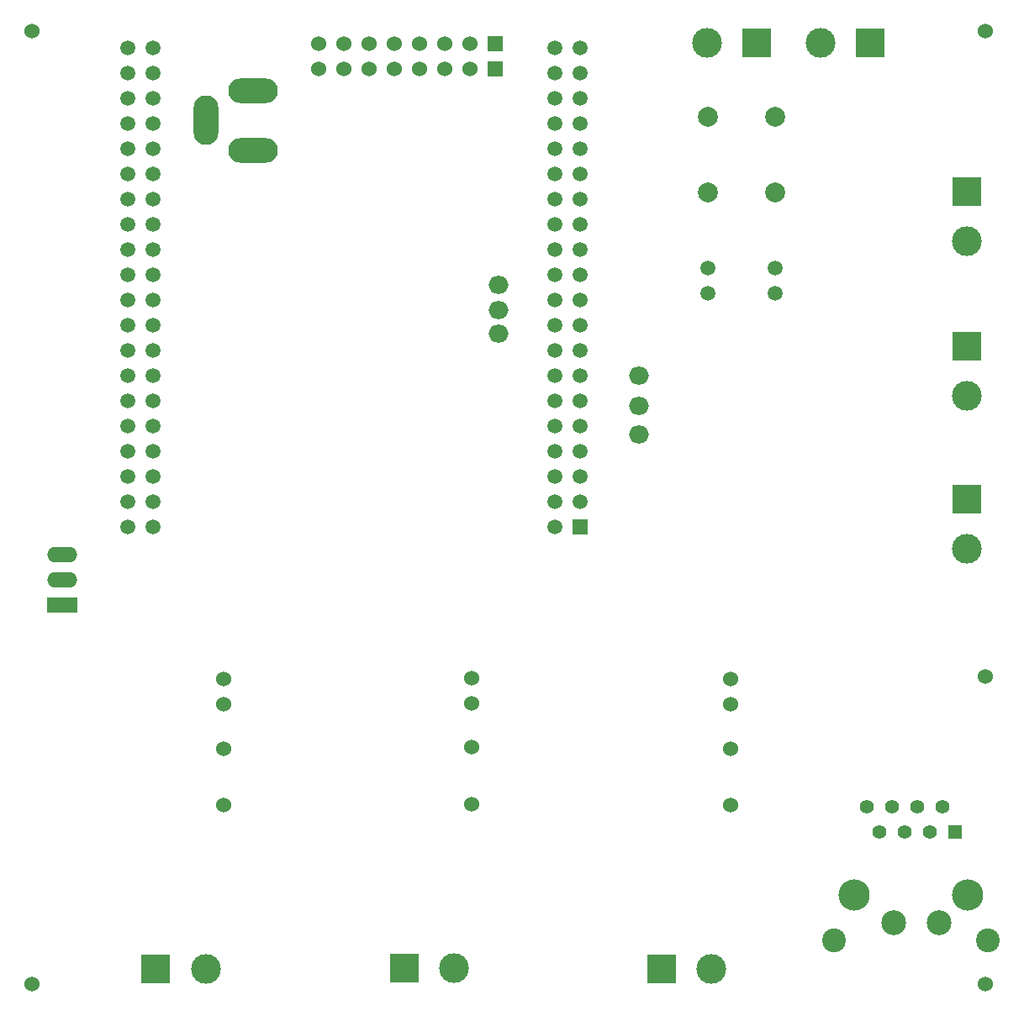
<source format=gbr>
G04 Layer_Color=255*
%FSLAX26Y26*%
%MOIN*%
%TF.FileFunction,Pads,Bot*%
%TF.Part,Single*%
G01*
G75*
%TA.AperFunction,ComponentPad*%
%ADD41O,0.120000X0.060000*%
%ADD42R,0.120000X0.060000*%
%ADD43O,0.196850X0.098425*%
%ADD44O,0.098425X0.196850*%
%ADD45C,0.098425*%
%ADD46R,0.055118X0.055118*%
%ADD47C,0.055118*%
%ADD48C,0.124016*%
%ADD49C,0.094488*%
%ADD50C,0.060000*%
%ADD51R,0.060000X0.060000*%
%TA.AperFunction,WasherPad*%
%ADD52C,0.060000*%
%TA.AperFunction,ViaPad*%
%ADD53O,0.078740X0.070866*%
%TA.AperFunction,ComponentPad*%
%ADD54R,0.118110X0.118110*%
%ADD55C,0.118110*%
%ADD56C,0.059055*%
%ADD57R,0.059055X0.059055*%
%ADD58R,0.118110X0.118110*%
%ADD59C,0.078740*%
D41*
X121000Y1704000D02*
D03*
Y1604000D02*
D03*
D42*
Y1504000D02*
D03*
D43*
X875000Y3308780D02*
D03*
Y3545000D02*
D03*
D44*
X689961Y3426890D02*
D03*
D45*
X3415000Y245000D02*
D03*
X3595000D02*
D03*
D46*
X3660000Y602874D02*
D03*
D47*
X3310000Y702874D02*
D03*
X3610000D02*
D03*
X3360000Y602874D02*
D03*
X3560000D02*
D03*
X3410000Y702874D02*
D03*
X3510000D02*
D03*
X3460000Y602874D02*
D03*
D48*
X3260000Y352874D02*
D03*
X3710000D02*
D03*
D49*
X3179882Y172953D02*
D03*
X3790118D02*
D03*
D50*
X1636000Y3730000D02*
D03*
X1736000D02*
D03*
X1136000D02*
D03*
X1236000D02*
D03*
X1336000D02*
D03*
X1436000D02*
D03*
X1536000D02*
D03*
X1636000Y3630000D02*
D03*
X1736000D02*
D03*
X1136000D02*
D03*
X1236000D02*
D03*
X1336000D02*
D03*
X1436000D02*
D03*
X1536000D02*
D03*
X2770000Y1210591D02*
D03*
Y1110591D02*
D03*
Y935000D02*
D03*
Y710591D02*
D03*
X760000Y1210591D02*
D03*
Y1110591D02*
D03*
Y935000D02*
D03*
Y710591D02*
D03*
X1744370Y1215591D02*
D03*
Y1115591D02*
D03*
Y940000D02*
D03*
Y715591D02*
D03*
D51*
X1836000Y3730000D02*
D03*
Y3630000D02*
D03*
D52*
X3779526Y1220000D02*
D03*
X1Y-0D02*
D03*
Y3779528D02*
D03*
X3779527Y-0D02*
D03*
Y3779528D02*
D03*
D53*
X1850000Y2580000D02*
D03*
Y2675000D02*
D03*
Y2775000D02*
D03*
X2405000Y2415000D02*
D03*
Y2295000D02*
D03*
Y2180000D02*
D03*
D54*
X491575Y60000D02*
D03*
X1475945Y65000D02*
D03*
X2496575Y60000D02*
D03*
X3323425Y3735000D02*
D03*
X2873425D02*
D03*
D55*
X688425Y60000D02*
D03*
X1672795Y65000D02*
D03*
X2693425Y60000D02*
D03*
X3705000Y1726575D02*
D03*
Y2335000D02*
D03*
X3705000Y2946575D02*
D03*
X3126575Y3735000D02*
D03*
X2676575D02*
D03*
D56*
X481000Y1914000D02*
D03*
Y2014000D02*
D03*
Y2114000D02*
D03*
Y2214000D02*
D03*
Y2314000D02*
D03*
Y2414000D02*
D03*
Y2514000D02*
D03*
Y2614000D02*
D03*
Y2714000D02*
D03*
Y2814000D02*
D03*
Y2914000D02*
D03*
Y3014000D02*
D03*
Y3114000D02*
D03*
Y3214000D02*
D03*
Y3314000D02*
D03*
Y3414000D02*
D03*
Y3514000D02*
D03*
Y3614000D02*
D03*
Y3714000D02*
D03*
X381000Y1814000D02*
D03*
Y1914000D02*
D03*
Y2014000D02*
D03*
Y2114000D02*
D03*
Y2214000D02*
D03*
Y2314000D02*
D03*
Y2414000D02*
D03*
Y2514000D02*
D03*
Y2614000D02*
D03*
Y2714000D02*
D03*
Y2814000D02*
D03*
Y2914000D02*
D03*
Y3014000D02*
D03*
Y3114000D02*
D03*
Y3214000D02*
D03*
Y3314000D02*
D03*
Y3414000D02*
D03*
Y3514000D02*
D03*
Y3614000D02*
D03*
Y3714000D02*
D03*
X481000Y1814000D02*
D03*
X2073913Y3714000D02*
D03*
Y3614000D02*
D03*
Y3514000D02*
D03*
Y3414000D02*
D03*
Y3314000D02*
D03*
Y3214000D02*
D03*
Y3114000D02*
D03*
Y3014000D02*
D03*
Y2914000D02*
D03*
Y2814000D02*
D03*
Y2714000D02*
D03*
Y2614000D02*
D03*
Y2514000D02*
D03*
Y2414000D02*
D03*
Y2314000D02*
D03*
Y2214000D02*
D03*
Y2114000D02*
D03*
Y2014000D02*
D03*
Y1914000D02*
D03*
Y1814000D02*
D03*
X2173913Y3714000D02*
D03*
Y3614000D02*
D03*
Y3514000D02*
D03*
Y3414000D02*
D03*
Y3314000D02*
D03*
Y3214000D02*
D03*
Y3114000D02*
D03*
Y3014000D02*
D03*
Y2914000D02*
D03*
Y2814000D02*
D03*
Y2714000D02*
D03*
Y2614000D02*
D03*
Y2514000D02*
D03*
Y2414000D02*
D03*
Y2314000D02*
D03*
Y2214000D02*
D03*
Y2114000D02*
D03*
Y2014000D02*
D03*
Y1914000D02*
D03*
X2680000Y2740000D02*
D03*
Y2840000D02*
D03*
X2945000Y2740000D02*
D03*
Y2840000D02*
D03*
D57*
X2173913Y1814000D02*
D03*
D58*
X3705000Y1923425D02*
D03*
Y2531850D02*
D03*
X3705000Y3143425D02*
D03*
D59*
X2680000Y3140000D02*
D03*
Y3440000D02*
D03*
X2945000Y3140000D02*
D03*
Y3440000D02*
D03*
%TF.MD5,c1388f163cc8b13b66ad70071f2ea481*%
M02*

</source>
